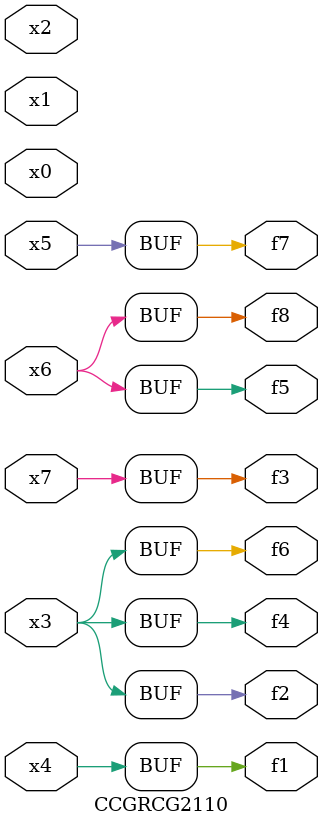
<source format=v>
module CCGRCG2110(
	input x0, x1, x2, x3, x4, x5, x6, x7,
	output f1, f2, f3, f4, f5, f6, f7, f8
);
	assign f1 = x4;
	assign f2 = x3;
	assign f3 = x7;
	assign f4 = x3;
	assign f5 = x6;
	assign f6 = x3;
	assign f7 = x5;
	assign f8 = x6;
endmodule

</source>
